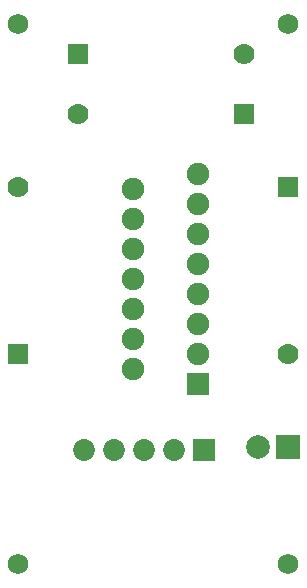
<source format=gbr>
%TF.GenerationSoftware,Altium Limited,Altium Designer,23.3.1 (30)*%
G04 Layer_Color=16711935*
%FSLAX45Y45*%
%MOMM*%
%TF.SameCoordinates,796C1B80-4156-4CD7-A6E5-B9CE5994D65D*%
%TF.FilePolarity,Negative*%
%TF.FileFunction,Soldermask,Bot*%
%TF.Part,Single*%
G01*
G75*
%TA.AperFunction,ComponentPad*%
%ADD24C,1.77820*%
%ADD25R,1.77820X1.77820*%
%TA.AperFunction,ViaPad*%
%ADD26C,1.72720*%
%TA.AperFunction,ComponentPad*%
%ADD27C,1.89814*%
%ADD28R,1.89814X1.89814*%
%ADD29R,1.85320X1.85320*%
%ADD30C,1.85320*%
%ADD31R,2.00320X2.00320*%
%ADD32C,2.00320*%
%ADD33R,1.77820X1.77820*%
D24*
X7874000Y9030000D02*
D03*
X10160000Y7620000D02*
D03*
X8382000Y9652000D02*
D03*
X9792000Y10160000D02*
D03*
D25*
X7874000Y7620000D02*
D03*
X10160000Y9030000D02*
D03*
D26*
X7874000Y10414000D02*
D03*
X10160000D02*
D03*
Y5842000D02*
D03*
X7874000D02*
D03*
D27*
X8844991Y9017000D02*
D03*
Y8763000D02*
D03*
Y8509000D02*
D03*
Y8255000D02*
D03*
Y8001000D02*
D03*
Y7747000D02*
D03*
Y7493000D02*
D03*
X9398000Y9144000D02*
D03*
Y8890000D02*
D03*
Y8636000D02*
D03*
Y8382000D02*
D03*
Y8128000D02*
D03*
Y7874000D02*
D03*
Y7620000D02*
D03*
D28*
Y7366000D02*
D03*
D29*
X9448800Y6807200D02*
D03*
D30*
X9194800D02*
D03*
X8940800D02*
D03*
X8686800D02*
D03*
X8432800D02*
D03*
D31*
X10160000Y6832600D02*
D03*
D32*
X9906000D02*
D03*
D33*
X9792000Y9652000D02*
D03*
X8382000Y10160000D02*
D03*
%TF.MD5,29d64ecce98088ee26648ca1e4db4153*%
M02*

</source>
